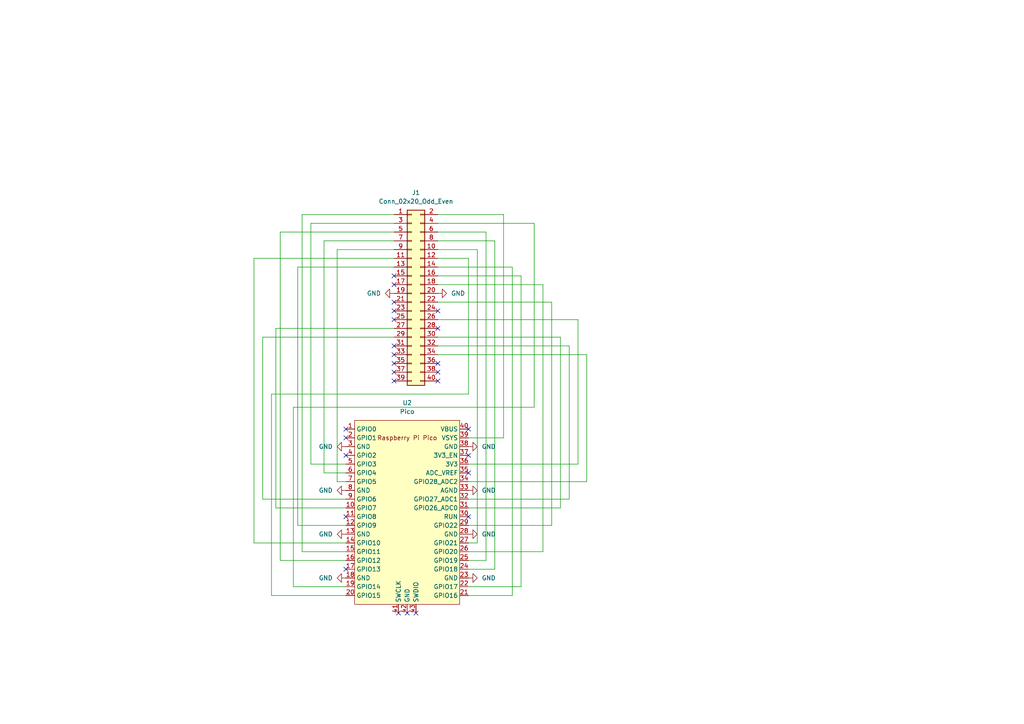
<source format=kicad_sch>
(kicad_sch (version 20230121) (generator eeschema)
  (paper "A4")
  (lib_symbols
    (symbol "Connector_Generic:Conn_02x20_Odd_Even" (pin_names (offset 1.016) hide)
      (property "Reference" "J" (at 1.27 25.4 0))
      (property "Value" "Conn_02x20_Odd_Even" (at 1.27 -27.94 0))
      (symbol "Conn_02x20_Odd_Even_1_1"
        (rectangle (start -1.27 -25.273) (end 0 -25.527) (stroke (width 0.1524)))
        (rectangle (start -1.27 -22.733) (end 0 -22.987) (stroke (width 0.1524)))
        (rectangle (start -1.27 -20.193) (end 0 -20.447) (stroke (width 0.1524)))
        (rectangle (start -1.27 -17.653) (end 0 -17.907) (stroke (width 0.1524)))
        (rectangle (start -1.27 -15.113) (end 0 -15.367) (stroke (width 0.1524)))
        (rectangle (start -1.27 -12.573) (end 0 -12.827) (stroke (width 0.1524)))
        (rectangle (start -1.27 -10.033) (end 0 -10.287) (stroke (width 0.1524)))
        (rectangle (start -1.27 -7.493) (end 0 -7.747) (stroke (width 0.1524)))
        (rectangle (start -1.27 -4.953) (end 0 -5.207) (stroke (width 0.1524)))
        (rectangle (start -1.27 -2.413) (end 0 -2.667) (stroke (width 0.1524)))
        (rectangle (start -1.27 0.127) (end 0 -0.127) (stroke (width 0.1524)))
        (rectangle (start -1.27 2.667) (end 0 2.413) (stroke (width 0.1524)))
        (rectangle (start -1.27 5.207) (end 0 4.953) (stroke (width 0.1524)))
        (rectangle (start -1.27 7.747) (end 0 7.493) (stroke (width 0.1524)))
        (rectangle (start -1.27 10.287) (end 0 10.033) (stroke (width 0.1524)))
        (rectangle (start -1.27 12.827) (end 0 12.573) (stroke (width 0.1524)))
        (rectangle (start -1.27 15.367) (end 0 15.113) (stroke (width 0.1524)))
        (rectangle (start -1.27 17.907) (end 0 17.653) (stroke (width 0.1524)))
        (rectangle (start -1.27 20.447) (end 0 20.193) (stroke (width 0.1524)))
        (rectangle (start -1.27 22.987) (end 0 22.733) (stroke (width 0.1524)))
        (rectangle (start -1.27 24.13) (end 3.81 -26.67) (stroke (width 0.254)) (fill (type background)))
        (rectangle (start 3.81 -25.273) (end 2.54 -25.527) (stroke (width 0.1524)))
        (rectangle (start 3.81 -22.733) (end 2.54 -22.987) (stroke (width 0.1524)))
        (rectangle (start 3.81 -20.193) (end 2.54 -20.447) (stroke (width 0.1524)))
        (rectangle (start 3.81 -17.653) (end 2.54 -17.907) (stroke (width 0.1524)))
        (rectangle (start 3.81 -15.113) (end 2.54 -15.367) (stroke (width 0.1524)))
        (rectangle (start 3.81 -12.573) (end 2.54 -12.827) (stroke (width 0.1524)))
        (rectangle (start 3.81 -10.033) (end 2.54 -10.287) (stroke (width 0.1524)))
        (rectangle (start 3.81 -7.493) (end 2.54 -7.747) (stroke (width 0.1524)))
        (rectangle (start 3.81 -4.953) (end 2.54 -5.207) (stroke (width 0.1524)))
        (rectangle (start 3.81 -2.413) (end 2.54 -2.667) (stroke (width 0.1524)))
        (rectangle (start 3.81 0.127) (end 2.54 -0.127) (stroke (width 0.1524)))
        (rectangle (start 3.81 2.667) (end 2.54 2.413) (stroke (width 0.1524)))
        (rectangle (start 3.81 5.207) (end 2.54 4.953) (stroke (width 0.1524)))
        (rectangle (start 3.81 7.747) (end 2.54 7.493) (stroke (width 0.1524)))
        (rectangle (start 3.81 10.287) (end 2.54 10.033) (stroke (width 0.1524)))
        (rectangle (start 3.81 12.827) (end 2.54 12.573) (stroke (width 0.1524)))
        (rectangle (start 3.81 15.367) (end 2.54 15.113) (stroke (width 0.1524)))
        (rectangle (start 3.81 17.907) (end 2.54 17.653) (stroke (width 0.1524)))
        (rectangle (start 3.81 20.447) (end 2.54 20.193) (stroke (width 0.1524)))
        (rectangle (start 3.81 22.987) (end 2.54 22.733) (stroke (width 0.1524)))
        (pin passive line (at -5.08 22.86 0) (length 3.81) (name "Pin_1") (number "1"))
        (pin passive line (at 7.62 12.7 180) (length 3.81) (name "Pin_10") (number "10"))
        (pin passive line (at -5.08 10.16 0) (length 3.81) (name "Pin_11") (number "11"))
        (pin passive line (at 7.62 10.16 180) (length 3.81) (name "Pin_12") (number "12"))
        (pin passive line (at -5.08 7.62 0) (length 3.81) (name "Pin_13") (number "13"))
        (pin passive line (at 7.62 7.62 180) (length 3.81) (name "Pin_14") (number "14"))
        (pin passive line (at -5.08 5.08 0) (length 3.81) (name "Pin_15") (number "15"))
        (pin passive line (at 7.62 5.08 180) (length 3.81) (name "Pin_16") (number "16"))
        (pin passive line (at -5.08 2.54 0) (length 3.81) (name "Pin_17") (number "17"))
        (pin passive line (at 7.62 2.54 180) (length 3.81) (name "Pin_18") (number "18"))
        (pin passive line (at -5.08 0 0) (length 3.81) (name "Pin_19") (number "19"))
        (pin passive line (at 7.62 22.86 180) (length 3.81) (name "Pin_2") (number "2"))
        (pin passive line (at 7.62 0 180) (length 3.81) (name "Pin_20") (number "20"))
        (pin passive line (at -5.08 -2.54 0) (length 3.81) (name "Pin_21") (number "21"))
        (pin passive line (at 7.62 -2.54 180) (length 3.81) (name "Pin_22") (number "22"))
        (pin passive line (at -5.08 -5.08 0) (length 3.81) (name "Pin_23") (number "23"))
        (pin passive line (at 7.62 -5.08 180) (length 3.81) (name "Pin_24") (number "24"))
        (pin passive line (at -5.08 -7.62 0) (length 3.81) (name "Pin_25") (number "25"))
        (pin passive line (at 7.62 -7.62 180) (length 3.81) (name "Pin_26") (number "26"))
        (pin passive line (at -5.08 -10.16 0) (length 3.81) (name "Pin_27") (number "27"))
        (pin passive line (at 7.62 -10.16 180) (length 3.81) (name "Pin_28") (number "28"))
        (pin passive line (at -5.08 -12.7 0) (length 3.81) (name "Pin_29") (number "29"))
        (pin passive line (at -5.08 20.32 0) (length 3.81) (name "Pin_3") (number "3"))
        (pin passive line (at 7.62 -12.7 180) (length 3.81) (name "Pin_30") (number "30"))
        (pin passive line (at -5.08 -15.24 0) (length 3.81) (name "Pin_31") (number "31"))
        (pin passive line (at 7.62 -15.24 180) (length 3.81) (name "Pin_32") (number "32"))
        (pin passive line (at -5.08 -17.78 0) (length 3.81) (name "Pin_33") (number "33"))
        (pin passive line (at 7.62 -17.78 180) (length 3.81) (name "Pin_34") (number "34"))
        (pin passive line (at -5.08 -20.32 0) (length 3.81) (name "Pin_35") (number "35"))
        (pin passive line (at 7.62 -20.32 180) (length 3.81) (name "Pin_36") (number "36"))
        (pin passive line (at -5.08 -22.86 0) (length 3.81) (name "Pin_37") (number "37"))
        (pin passive line (at 7.62 -22.86 180) (length 3.81) (name "Pin_38") (number "38"))
        (pin passive line (at -5.08 -25.4 0) (length 3.81) (name "Pin_39") (number "39"))
        (pin passive line (at 7.62 20.32 180) (length 3.81) (name "Pin_4") (number "4"))
        (pin passive line (at 7.62 -25.4 180) (length 3.81) (name "Pin_40") (number "40"))
        (pin passive line (at -5.08 17.78 0) (length 3.81) (name "Pin_5") (number "5"))
        (pin passive line (at 7.62 17.78 180) (length 3.81) (name "Pin_6") (number "6"))
        (pin passive line (at -5.08 15.24 0) (length 3.81) (name "Pin_7") (number "7"))
        (pin passive line (at 7.62 15.24 180) (length 3.81) (name "Pin_8") (number "8"))
        (pin passive line (at -5.08 12.7 0) (length 3.81) (name "Pin_9") (number "9"))
      )
    )
    (symbol "MCU_RaspberryPi_and_Boards:Pico"
      (property "Reference" "U" (at -13.97 27.94 0))
      (property "Value" "Pico" (at 0 19.05 0))
      (symbol "Pico_0_0"
        (text "Raspberry Pi Pico" (at 0 21.59 0) (effects (font (size 1.27 1.27))))
      )
      (symbol "Pico_0_1"
        (rectangle (start -15.24 26.67) (end 15.24 -26.67) (fill (type background)))
      )
      (symbol "Pico_1_1"
        (pin bidirectional line (at -17.78 24.13 0) (length 2.54) (name "GPIO0") (number "1"))
        (pin bidirectional line (at -17.78 1.27 0) (length 2.54) (name "GPIO7") (number "10"))
        (pin bidirectional line (at -17.78 -1.27 0) (length 2.54) (name "GPIO8") (number "11"))
        (pin bidirectional line (at -17.78 -3.81 0) (length 2.54) (name "GPIO9") (number "12"))
        (pin power_in line (at -17.78 -6.35 0) (length 2.54) (name "GND") (number "13"))
        (pin bidirectional line (at -17.78 -8.89 0) (length 2.54) (name "GPIO10") (number "14"))
        (pin bidirectional line (at -17.78 -11.43 0) (length 2.54) (name "GPIO11") (number "15"))
        (pin bidirectional line (at -17.78 -13.97 0) (length 2.54) (name "GPIO12") (number "16"))
        (pin bidirectional line (at -17.78 -16.51 0) (length 2.54) (name "GPIO13") (number "17"))
        (pin power_in line (at -17.78 -19.05 0) (length 2.54) (name "GND") (number "18"))
        (pin bidirectional line (at -17.78 -21.59 0) (length 2.54) (name "GPIO14") (number "19"))
        (pin bidirectional line (at -17.78 21.59 0) (length 2.54) (name "GPIO1") (number "2"))
        (pin bidirectional line (at -17.78 -24.13 0) (length 2.54) (name "GPIO15") (number "20"))
        (pin bidirectional line (at 17.78 -24.13 180) (length 2.54) (name "GPIO16") (number "21"))
        (pin bidirectional line (at 17.78 -21.59 180) (length 2.54) (name "GPIO17") (number "22"))
        (pin power_in line (at 17.78 -19.05 180) (length 2.54) (name "GND") (number "23"))
        (pin bidirectional line (at 17.78 -16.51 180) (length 2.54) (name "GPIO18") (number "24"))
        (pin bidirectional line (at 17.78 -13.97 180) (length 2.54) (name "GPIO19") (number "25"))
        (pin bidirectional line (at 17.78 -11.43 180) (length 2.54) (name "GPIO20") (number "26"))
        (pin bidirectional line (at 17.78 -8.89 180) (length 2.54) (name "GPIO21") (number "27"))
        (pin power_in line (at 17.78 -6.35 180) (length 2.54) (name "GND") (number "28"))
        (pin bidirectional line (at 17.78 -3.81 180) (length 2.54) (name "GPIO22") (number "29"))
        (pin power_in line (at -17.78 19.05 0) (length 2.54) (name "GND") (number "3"))
        (pin input line (at 17.78 -1.27 180) (length 2.54) (name "RUN") (number "30"))
        (pin bidirectional line (at 17.78 1.27 180) (length 2.54) (name "GPIO26_ADC0") (number "31"))
        (pin bidirectional line (at 17.78 3.81 180) (length 2.54) (name "GPIO27_ADC1") (number "32"))
        (pin power_in line (at 17.78 6.35 180) (length 2.54) (name "AGND") (number "33"))
        (pin bidirectional line (at 17.78 8.89 180) (length 2.54) (name "GPIO28_ADC2") (number "34"))
        (pin power_in line (at 17.78 11.43 180) (length 2.54) (name "ADC_VREF") (number "35"))
        (pin power_in line (at 17.78 13.97 180) (length 2.54) (name "3V3") (number "36"))
        (pin input line (at 17.78 16.51 180) (length 2.54) (name "3V3_EN") (number "37"))
        (pin bidirectional line (at 17.78 19.05 180) (length 2.54) (name "GND") (number "38"))
        (pin power_in line (at 17.78 21.59 180) (length 2.54) (name "VSYS") (number "39"))
        (pin bidirectional line (at -17.78 16.51 0) (length 2.54) (name "GPIO2") (number "4"))
        (pin power_in line (at 17.78 24.13 180) (length 2.54) (name "VBUS") (number "40"))
        (pin input line (at -2.54 -29.21 90) (length 2.54) (name "SWCLK") (number "41"))
        (pin power_in line (at 0 -29.21 90) (length 2.54) (name "GND") (number "42"))
        (pin bidirectional line (at 2.54 -29.21 90) (length 2.54) (name "SWDIO") (number "43"))
        (pin bidirectional line (at -17.78 13.97 0) (length 2.54) (name "GPIO3") (number "5"))
        (pin bidirectional line (at -17.78 11.43 0) (length 2.54) (name "GPIO4") (number "6"))
        (pin bidirectional line (at -17.78 8.89 0) (length 2.54) (name "GPIO5") (number "7"))
        (pin power_in line (at -17.78 6.35 0) (length 2.54) (name "GND") (number "8"))
        (pin bidirectional line (at -17.78 3.81 0) (length 2.54) (name "GPIO6") (number "9"))
      )
    )
    (symbol "power:GND" (power) (pin_names (offset 0))
      (property "Value" "GND" (at 0 -3.81 0))
      (symbol "GND_0_1"
        (polyline (pts (xy 0 0) (xy 0 -1.27) (xy 1.27 -1.27) (xy 0 -2.54) (xy -1.27 -1.27) (xy 0 -1.27)))
      )
      (symbol "GND_1_1"
        (pin power_in line (at 0 0 270) (length 0) hide (name "GND") (number "1"))
      )
    )
  )
  (no_connect (at 114.3 80.01))
  (no_connect (at 115.57 177.8))
  (no_connect (at 127 90.17))
  (no_connect (at 114.3 92.71))
  (no_connect (at 114.3 82.55))
  (no_connect (at 114.3 107.95))
  (no_connect (at 135.89 124.46))
  (no_connect (at 114.3 105.41))
  (no_connect (at 100.33 132.08))
  (no_connect (at 114.3 102.87))
  (no_connect (at 114.3 87.63))
  (no_connect (at 114.3 110.49))
  (no_connect (at 114.3 90.17))
  (no_connect (at 135.89 137.16))
  (no_connect (at 127 110.49))
  (no_connect (at 100.33 124.46))
  (no_connect (at 135.89 132.08))
  (no_connect (at 135.89 149.86))
  (no_connect (at 100.33 127))
  (no_connect (at 127 107.95))
  (no_connect (at 114.3 100.33))
  (no_connect (at 127 95.25))
  (no_connect (at 120.65 177.8))
  (no_connect (at 127 105.41))
  (no_connect (at 118.11 177.8))
  (no_connect (at 100.33 165.1))
  (no_connect (at 100.33 149.86))
  (wire (pts (xy 127 69.85) (xy 143.51 69.85)))
  (wire (pts (xy 127 92.71) (xy 167.64 92.71)))
  (wire (pts (xy 127 77.47) (xy 148.59 77.47)))
  (wire (pts (xy 167.64 134.62) (xy 135.89 134.62)))
  (wire (pts (xy 90.17 134.62) (xy 100.33 134.62)))
  (wire (pts (xy 127 102.87) (xy 170.18 102.87)))
  (wire (pts (xy 127 82.55) (xy 157.48 82.55)))
  (wire (pts (xy 97.79 72.39) (xy 97.79 139.7)))
  (wire (pts (xy 154.94 118.11) (xy 85.09 118.11)))
  (wire (pts (xy 87.63 62.23) (xy 87.63 160.02)))
  (wire (pts (xy 146.05 127) (xy 135.89 127)))
  (wire (pts (xy 167.64 92.71) (xy 167.64 134.62)))
  (wire (pts (xy 127 87.63) (xy 160.02 87.63)))
  (wire (pts (xy 80.01 95.25) (xy 80.01 147.32)))
  (wire (pts (xy 138.43 72.39) (xy 138.43 157.48)))
  (wire (pts (xy 114.3 74.93) (xy 73.66 74.93)))
  (wire (pts (xy 170.18 102.87) (xy 170.18 139.7)))
  (wire (pts (xy 165.1 144.78) (xy 135.89 144.78)))
  (wire (pts (xy 73.66 74.93) (xy 73.66 157.48)))
  (wire (pts (xy 86.36 77.47) (xy 86.36 152.4)))
  (wire (pts (xy 73.66 157.48) (xy 100.33 157.48)))
  (wire (pts (xy 76.2 97.79) (xy 76.2 144.78)))
  (wire (pts (xy 114.3 72.39) (xy 97.79 72.39)))
  (wire (pts (xy 162.56 97.79) (xy 162.56 147.32)))
  (wire (pts (xy 81.28 162.56) (xy 100.33 162.56)))
  (wire (pts (xy 90.17 64.77) (xy 90.17 134.62)))
  (wire (pts (xy 135.89 170.18) (xy 151.13 170.18)))
  (wire (pts (xy 114.3 62.23) (xy 87.63 62.23)))
  (wire (pts (xy 114.3 67.31) (xy 81.28 67.31)))
  (wire (pts (xy 135.89 157.48) (xy 138.43 157.48)))
  (wire (pts (xy 170.18 139.7) (xy 135.89 139.7)))
  (wire (pts (xy 93.98 69.85) (xy 93.98 137.16)))
  (wire (pts (xy 97.79 139.7) (xy 100.33 139.7)))
  (wire (pts (xy 127 62.23) (xy 146.05 62.23)))
  (wire (pts (xy 151.13 80.01) (xy 151.13 170.18)))
  (wire (pts (xy 114.3 64.77) (xy 90.17 64.77)))
  (wire (pts (xy 87.63 160.02) (xy 100.33 160.02)))
  (wire (pts (xy 127 100.33) (xy 165.1 100.33)))
  (wire (pts (xy 114.3 97.79) (xy 76.2 97.79)))
  (wire (pts (xy 76.2 144.78) (xy 100.33 144.78)))
  (wire (pts (xy 160.02 87.63) (xy 160.02 152.4)))
  (wire (pts (xy 86.36 152.4) (xy 100.33 152.4)))
  (wire (pts (xy 165.1 100.33) (xy 165.1 144.78)))
  (wire (pts (xy 157.48 160.02) (xy 135.89 160.02)))
  (wire (pts (xy 140.97 162.56) (xy 135.89 162.56)))
  (wire (pts (xy 127 97.79) (xy 162.56 97.79)))
  (wire (pts (xy 127 72.39) (xy 138.43 72.39)))
  (wire (pts (xy 135.89 114.3) (xy 78.74 114.3)))
  (wire (pts (xy 78.74 172.72) (xy 100.33 172.72)))
  (wire (pts (xy 157.48 82.55) (xy 157.48 160.02)))
  (wire (pts (xy 127 64.77) (xy 154.94 64.77)))
  (wire (pts (xy 78.74 114.3) (xy 78.74 172.72)))
  (wire (pts (xy 114.3 77.47) (xy 86.36 77.47)))
  (wire (pts (xy 127 67.31) (xy 140.97 67.31)))
  (wire (pts (xy 127 80.01) (xy 151.13 80.01)))
  (wire (pts (xy 148.59 172.72) (xy 135.89 172.72)))
  (wire (pts (xy 143.51 69.85) (xy 143.51 165.1)))
  (wire (pts (xy 81.28 67.31) (xy 81.28 162.56)))
  (wire (pts (xy 143.51 165.1) (xy 135.89 165.1)))
  (wire (pts (xy 114.3 95.25) (xy 80.01 95.25)))
  (wire (pts (xy 160.02 152.4) (xy 135.89 152.4)))
  (wire (pts (xy 148.59 77.47) (xy 148.59 172.72)))
  (wire (pts (xy 80.01 147.32) (xy 100.33 147.32)))
  (wire (pts (xy 140.97 67.31) (xy 140.97 162.56)))
  (wire (pts (xy 114.3 69.85) (xy 93.98 69.85)))
  (wire (pts (xy 85.09 118.11) (xy 85.09 170.18)))
  (wire (pts (xy 146.05 62.23) (xy 146.05 127)))
  (wire (pts (xy 162.56 147.32) (xy 135.89 147.32)))
  (wire (pts (xy 85.09 170.18) (xy 100.33 170.18)))
  (wire (pts (xy 135.89 74.93) (xy 135.89 114.3)))
  (wire (pts (xy 154.94 64.77) (xy 154.94 118.11)))
  (wire (pts (xy 127 74.93) (xy 135.89 74.93)))
  (wire (pts (xy 93.98 137.16) (xy 100.33 137.16)))
  (symbol (lib_id "power:GND") (at 100.33 154.94 270) (unit 1)
    (property "Reference" "#PWR05" (effects hide))
    (property "Value" "GND" (at 96.52 154.94 90) (effects (justify right)))
  )
  (symbol (lib_id "Connector_Generic:Conn_02x20_Odd_Even") (at 119.38 85.09 0) (unit 1)
    (property "Reference" "J1" (at 120.65 55.88 0))
    (property "Value" "Conn_02x20_Odd_Even" (at 120.65 58.42 0))
    (property "Footprint" "Connector_PinHeader_2.54mm:PinHeader_2x20_P2.54mm_Vertical_SMD" (effects hide))
  )
  (symbol (lib_id "MCU_RaspberryPi_and_Boards:Pico") (at 118.11 148.59 0) (unit 1)
    (property "Reference" "U2" (at 118.11 116.84 0))
    (property "Value" "Pico" (at 118.11 119.38 0))
    (property "Footprint" "MCU_RaspberryPi_and_Boards:RPi_Pico_SMD_TH" (effects hide))
  )
  (symbol (lib_id "power:GND") (at 135.89 154.94 90) (unit 1)
    (property "Reference" "#PWR09" (effects hide))
    (property "Value" "GND" (at 139.7 154.94 90) (effects (justify right)))
  )
  (symbol (lib_id "power:GND") (at 135.89 142.24 90) (unit 1)
    (property "Reference" "#PWR08" (effects hide))
    (property "Value" "GND" (at 139.7 142.24 90) (effects (justify right)))
  )
  (symbol (lib_id "power:GND") (at 135.89 129.54 90) (unit 1)
    (property "Reference" "#PWR07" (effects hide))
    (property "Value" "GND" (at 139.7 129.54 90) (effects (justify right)))
  )
  (symbol (lib_id "power:GND") (at 127 85.09 90) (unit 1)
    (property "Reference" "#PWR02" (effects hide))
    (property "Value" "GND" (at 130.81 85.09 90) (effects (justify right)))
  )
  (symbol (lib_id "power:GND") (at 135.89 167.64 90) (unit 1)
    (property "Reference" "#PWR010" (effects hide))
    (property "Value" "GND" (at 139.7 167.64 90) (effects (justify right)))
  )
  (symbol (lib_id "power:GND") (at 100.33 142.24 270) (unit 1)
    (property "Reference" "#PWR04" (effects hide))
    (property "Value" "GND" (at 96.52 142.24 90) (effects (justify right)))
  )
  (symbol (lib_id "power:GND") (at 100.33 129.54 270) (unit 1)
    (property "Reference" "#PWR03" (effects hide))
    (property "Value" "GND" (at 96.52 129.54 90) (effects (justify right)))
  )
  (symbol (lib_id "power:GND") (at 114.3 85.09 270) (unit 1)
    (property "Reference" "#PWR01" (effects hide))
    (property "Value" "GND" (at 110.49 85.09 90) (effects (justify right)))
  )
  (symbol (lib_id "power:GND") (at 100.33 167.64 270) (unit 1)
    (property "Reference" "#PWR06" (effects hide))
    (property "Value" "GND" (at 96.52 167.64 90) (effects (justify right)))
  )
)
</source>
